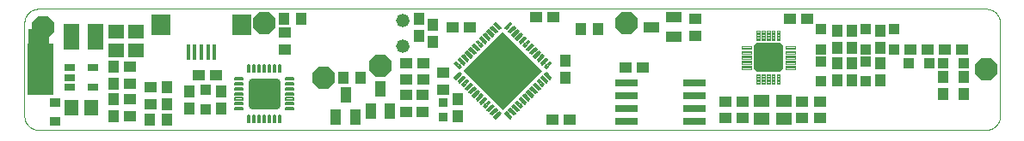
<source format=gts>
G75*
%MOIN*%
%OFA0B0*%
%FSLAX25Y25*%
%IPPOS*%
%LPD*%
%AMOC8*
5,1,8,0,0,1.08239X$1,22.5*
%
%ADD10C,0.00000*%
%ADD11R,0.07874X0.22047*%
%ADD12R,0.04731X0.04337*%
%ADD13R,0.04337X0.04731*%
%ADD14R,0.05518X0.06306*%
%ADD15R,0.06306X0.05518*%
%ADD16R,0.21660X0.21660*%
%ADD17C,0.00791*%
%ADD18R,0.09061X0.02762*%
%ADD19R,0.03943X0.02762*%
%ADD20R,0.05912X0.09849*%
%ADD21C,0.03427*%
%ADD22C,0.00474*%
%ADD23R,0.04337X0.04337*%
%ADD24R,0.03550X0.03550*%
%ADD25R,0.05912X0.05124*%
%ADD26R,0.01778X0.05912*%
%ADD27R,0.07487X0.07880*%
%ADD28C,0.03053*%
%ADD29C,0.00692*%
%ADD30C,0.05200*%
%ADD31R,0.10400X0.20400*%
%ADD32OC8,0.08900*%
%ADD33R,0.04337X0.05912*%
%ADD34R,0.05912X0.04337*%
%ADD35R,0.04337X0.03550*%
%ADD36C,0.06306*%
D10*
X0007412Y0020559D02*
X0374341Y0020559D01*
X0374341Y0020558D02*
X0374488Y0020560D01*
X0374634Y0020566D01*
X0374781Y0020576D01*
X0374927Y0020589D01*
X0375073Y0020607D01*
X0375218Y0020628D01*
X0375362Y0020653D01*
X0375506Y0020683D01*
X0375649Y0020715D01*
X0375791Y0020752D01*
X0375932Y0020793D01*
X0376072Y0020837D01*
X0376211Y0020885D01*
X0376348Y0020936D01*
X0376484Y0020992D01*
X0376619Y0021051D01*
X0376751Y0021113D01*
X0376883Y0021179D01*
X0377012Y0021248D01*
X0377139Y0021321D01*
X0377265Y0021397D01*
X0377388Y0021477D01*
X0377509Y0021560D01*
X0377628Y0021645D01*
X0377745Y0021735D01*
X0377859Y0021827D01*
X0377971Y0021922D01*
X0378080Y0022020D01*
X0378186Y0022121D01*
X0378290Y0022225D01*
X0378391Y0022331D01*
X0378489Y0022440D01*
X0378584Y0022552D01*
X0378676Y0022666D01*
X0378766Y0022783D01*
X0378851Y0022902D01*
X0378934Y0023023D01*
X0379014Y0023146D01*
X0379090Y0023272D01*
X0379163Y0023399D01*
X0379232Y0023528D01*
X0379298Y0023660D01*
X0379360Y0023792D01*
X0379419Y0023927D01*
X0379475Y0024063D01*
X0379526Y0024200D01*
X0379574Y0024339D01*
X0379618Y0024479D01*
X0379659Y0024620D01*
X0379696Y0024762D01*
X0379728Y0024905D01*
X0379758Y0025049D01*
X0379783Y0025193D01*
X0379804Y0025338D01*
X0379822Y0025484D01*
X0379835Y0025630D01*
X0379845Y0025777D01*
X0379851Y0025923D01*
X0379853Y0026070D01*
X0379853Y0062291D01*
X0379851Y0062438D01*
X0379845Y0062584D01*
X0379835Y0062731D01*
X0379822Y0062877D01*
X0379804Y0063023D01*
X0379783Y0063168D01*
X0379758Y0063312D01*
X0379728Y0063456D01*
X0379696Y0063599D01*
X0379659Y0063741D01*
X0379618Y0063882D01*
X0379574Y0064022D01*
X0379526Y0064161D01*
X0379475Y0064298D01*
X0379419Y0064434D01*
X0379360Y0064569D01*
X0379298Y0064701D01*
X0379232Y0064833D01*
X0379163Y0064962D01*
X0379090Y0065089D01*
X0379014Y0065215D01*
X0378934Y0065338D01*
X0378851Y0065459D01*
X0378766Y0065578D01*
X0378676Y0065695D01*
X0378584Y0065809D01*
X0378489Y0065921D01*
X0378391Y0066030D01*
X0378290Y0066136D01*
X0378186Y0066240D01*
X0378080Y0066341D01*
X0377971Y0066439D01*
X0377859Y0066534D01*
X0377745Y0066626D01*
X0377628Y0066716D01*
X0377509Y0066801D01*
X0377388Y0066884D01*
X0377265Y0066964D01*
X0377139Y0067040D01*
X0377012Y0067113D01*
X0376883Y0067182D01*
X0376751Y0067248D01*
X0376619Y0067310D01*
X0376484Y0067369D01*
X0376348Y0067425D01*
X0376211Y0067476D01*
X0376072Y0067524D01*
X0375932Y0067568D01*
X0375791Y0067609D01*
X0375649Y0067646D01*
X0375506Y0067678D01*
X0375362Y0067708D01*
X0375218Y0067733D01*
X0375073Y0067754D01*
X0374927Y0067772D01*
X0374781Y0067785D01*
X0374634Y0067795D01*
X0374488Y0067801D01*
X0374341Y0067803D01*
X0007412Y0067803D01*
X0007265Y0067801D01*
X0007119Y0067795D01*
X0006972Y0067785D01*
X0006826Y0067772D01*
X0006680Y0067754D01*
X0006535Y0067733D01*
X0006391Y0067708D01*
X0006247Y0067678D01*
X0006104Y0067646D01*
X0005962Y0067609D01*
X0005821Y0067568D01*
X0005681Y0067524D01*
X0005542Y0067476D01*
X0005405Y0067425D01*
X0005269Y0067369D01*
X0005134Y0067310D01*
X0005002Y0067248D01*
X0004870Y0067182D01*
X0004741Y0067113D01*
X0004614Y0067040D01*
X0004488Y0066964D01*
X0004365Y0066884D01*
X0004244Y0066801D01*
X0004125Y0066716D01*
X0004008Y0066626D01*
X0003894Y0066534D01*
X0003782Y0066439D01*
X0003673Y0066341D01*
X0003567Y0066240D01*
X0003463Y0066136D01*
X0003362Y0066030D01*
X0003264Y0065921D01*
X0003169Y0065809D01*
X0003077Y0065695D01*
X0002987Y0065578D01*
X0002902Y0065459D01*
X0002819Y0065338D01*
X0002739Y0065215D01*
X0002663Y0065089D01*
X0002590Y0064962D01*
X0002521Y0064833D01*
X0002455Y0064701D01*
X0002393Y0064569D01*
X0002334Y0064434D01*
X0002278Y0064298D01*
X0002227Y0064161D01*
X0002179Y0064022D01*
X0002135Y0063882D01*
X0002094Y0063741D01*
X0002057Y0063599D01*
X0002025Y0063456D01*
X0001995Y0063312D01*
X0001970Y0063168D01*
X0001949Y0063023D01*
X0001931Y0062877D01*
X0001918Y0062731D01*
X0001908Y0062584D01*
X0001902Y0062438D01*
X0001900Y0062291D01*
X0001900Y0026070D01*
X0001902Y0025923D01*
X0001908Y0025777D01*
X0001918Y0025630D01*
X0001931Y0025484D01*
X0001949Y0025338D01*
X0001970Y0025193D01*
X0001995Y0025049D01*
X0002025Y0024905D01*
X0002057Y0024762D01*
X0002094Y0024620D01*
X0002135Y0024479D01*
X0002179Y0024339D01*
X0002227Y0024200D01*
X0002278Y0024063D01*
X0002334Y0023927D01*
X0002393Y0023792D01*
X0002455Y0023660D01*
X0002521Y0023528D01*
X0002590Y0023399D01*
X0002663Y0023272D01*
X0002739Y0023146D01*
X0002819Y0023023D01*
X0002902Y0022902D01*
X0002987Y0022783D01*
X0003077Y0022666D01*
X0003169Y0022552D01*
X0003264Y0022440D01*
X0003362Y0022331D01*
X0003463Y0022225D01*
X0003567Y0022121D01*
X0003673Y0022020D01*
X0003782Y0021922D01*
X0003894Y0021827D01*
X0004008Y0021735D01*
X0004125Y0021645D01*
X0004244Y0021560D01*
X0004365Y0021477D01*
X0004488Y0021397D01*
X0004614Y0021321D01*
X0004741Y0021248D01*
X0004870Y0021179D01*
X0005002Y0021113D01*
X0005134Y0021051D01*
X0005269Y0020992D01*
X0005405Y0020936D01*
X0005542Y0020885D01*
X0005681Y0020837D01*
X0005821Y0020793D01*
X0005962Y0020752D01*
X0006104Y0020715D01*
X0006247Y0020683D01*
X0006391Y0020653D01*
X0006535Y0020628D01*
X0006680Y0020607D01*
X0006826Y0020589D01*
X0006972Y0020576D01*
X0007119Y0020566D01*
X0007265Y0020560D01*
X0007412Y0020558D01*
D11*
X0007412Y0048905D03*
D12*
X0042845Y0045165D03*
X0042845Y0038472D03*
X0050719Y0037291D03*
X0042845Y0032567D03*
X0050719Y0030598D03*
X0042845Y0025874D03*
X0069420Y0041819D03*
X0076113Y0041819D03*
X0102688Y0051858D03*
X0102688Y0058551D03*
X0149735Y0046543D03*
X0156428Y0046543D03*
X0164105Y0042803D03*
X0156428Y0040244D03*
X0149735Y0040244D03*
X0164105Y0036110D03*
X0156231Y0034141D03*
X0149932Y0034141D03*
X0149932Y0027448D03*
X0156231Y0027448D03*
X0206428Y0024496D03*
X0213121Y0024496D03*
X0234774Y0044968D03*
X0241467Y0044968D03*
X0261743Y0057370D03*
X0261743Y0064063D03*
X0298554Y0063866D03*
X0305247Y0063866D03*
X0345011Y0052055D03*
X0351704Y0052055D03*
X0358396Y0052055D03*
X0365089Y0052055D03*
X0309971Y0031582D03*
X0303278Y0031582D03*
X0303278Y0025283D03*
X0309971Y0025283D03*
X0280050Y0025283D03*
X0273357Y0025283D03*
X0273357Y0031582D03*
X0280050Y0031582D03*
X0206822Y0064653D03*
X0200129Y0064653D03*
X0174538Y0060716D03*
X0167845Y0060716D03*
D13*
X0160168Y0061700D03*
X0154656Y0064063D03*
X0154656Y0057370D03*
X0160168Y0055007D03*
X0132019Y0041031D03*
X0125326Y0041031D03*
X0169617Y0032567D03*
X0169617Y0025874D03*
X0211349Y0040834D03*
X0211349Y0047527D03*
X0217452Y0059929D03*
X0224144Y0059929D03*
X0316861Y0059338D03*
X0322373Y0059338D03*
X0333396Y0059338D03*
X0333396Y0052645D03*
X0322373Y0052645D03*
X0316861Y0052645D03*
X0316861Y0046740D03*
X0322373Y0046740D03*
X0333396Y0046740D03*
X0333396Y0040047D03*
X0322373Y0040047D03*
X0316861Y0040047D03*
X0357806Y0041228D03*
X0365680Y0041228D03*
X0365680Y0034535D03*
X0357806Y0034535D03*
X0109184Y0063866D03*
X0102491Y0063866D03*
X0036546Y0045165D03*
X0036546Y0038472D03*
X0036546Y0032567D03*
X0036546Y0025874D03*
X0050522Y0024496D03*
X0057215Y0024496D03*
X0065680Y0029023D03*
X0057019Y0030598D03*
X0065680Y0035716D03*
X0057019Y0037291D03*
X0078278Y0035716D03*
X0078278Y0029023D03*
D14*
X0027688Y0029220D03*
X0020207Y0029220D03*
D15*
X0037333Y0051464D03*
X0045207Y0051464D03*
X0045207Y0058944D03*
X0037333Y0058944D03*
D16*
G36*
X0187266Y0028404D02*
X0171951Y0043719D01*
X0187266Y0059034D01*
X0202581Y0043719D01*
X0187266Y0028404D01*
G37*
D17*
X0188658Y0027575D02*
X0190609Y0025624D01*
X0190050Y0025065D01*
X0188099Y0027016D01*
X0188658Y0027575D01*
X0189260Y0025855D02*
X0190378Y0025855D01*
X0189588Y0026645D02*
X0188470Y0026645D01*
X0188518Y0027435D02*
X0188798Y0027435D01*
X0190050Y0028967D02*
X0192001Y0027016D01*
X0191442Y0026457D01*
X0189491Y0028408D01*
X0190050Y0028967D01*
X0190652Y0027247D02*
X0191770Y0027247D01*
X0190980Y0028037D02*
X0189862Y0028037D01*
X0189910Y0028827D02*
X0190190Y0028827D01*
X0191442Y0030359D02*
X0193393Y0028408D01*
X0192834Y0027849D01*
X0190883Y0029800D01*
X0191442Y0030359D01*
X0192044Y0028639D02*
X0193162Y0028639D01*
X0192372Y0029429D02*
X0191254Y0029429D01*
X0191302Y0030219D02*
X0191582Y0030219D01*
X0192834Y0031751D02*
X0194785Y0029800D01*
X0194226Y0029241D01*
X0192275Y0031192D01*
X0192834Y0031751D01*
X0193436Y0030031D02*
X0194554Y0030031D01*
X0193764Y0030821D02*
X0192646Y0030821D01*
X0192694Y0031611D02*
X0192974Y0031611D01*
X0194226Y0033143D02*
X0196177Y0031192D01*
X0195618Y0030633D01*
X0193667Y0032584D01*
X0194226Y0033143D01*
X0194828Y0031423D02*
X0195946Y0031423D01*
X0195156Y0032213D02*
X0194038Y0032213D01*
X0194086Y0033003D02*
X0194366Y0033003D01*
X0195618Y0034535D02*
X0197569Y0032584D01*
X0197010Y0032025D01*
X0195059Y0033976D01*
X0195618Y0034535D01*
X0196220Y0032815D02*
X0197338Y0032815D01*
X0196548Y0033605D02*
X0195430Y0033605D01*
X0195478Y0034395D02*
X0195758Y0034395D01*
X0197009Y0035927D02*
X0198960Y0033976D01*
X0198401Y0033417D01*
X0196450Y0035368D01*
X0197009Y0035927D01*
X0197611Y0034207D02*
X0198729Y0034207D01*
X0197939Y0034997D02*
X0196821Y0034997D01*
X0196869Y0035787D02*
X0197149Y0035787D01*
X0198401Y0037319D02*
X0200352Y0035368D01*
X0199793Y0034809D01*
X0197842Y0036760D01*
X0198401Y0037319D01*
X0199003Y0035599D02*
X0200121Y0035599D01*
X0199331Y0036389D02*
X0198213Y0036389D01*
X0198261Y0037179D02*
X0198541Y0037179D01*
X0199793Y0038711D02*
X0201744Y0036760D01*
X0201185Y0036201D01*
X0199234Y0038152D01*
X0199793Y0038711D01*
X0200395Y0036991D02*
X0201513Y0036991D01*
X0200723Y0037781D02*
X0199605Y0037781D01*
X0199653Y0038571D02*
X0199933Y0038571D01*
X0201185Y0040103D02*
X0203136Y0038152D01*
X0202577Y0037593D01*
X0200626Y0039544D01*
X0201185Y0040103D01*
X0201787Y0038383D02*
X0202905Y0038383D01*
X0202115Y0039173D02*
X0200997Y0039173D01*
X0201045Y0039963D02*
X0201325Y0039963D01*
X0202577Y0041495D02*
X0204528Y0039544D01*
X0203969Y0038985D01*
X0202018Y0040936D01*
X0202577Y0041495D01*
X0203179Y0039775D02*
X0204297Y0039775D01*
X0203507Y0040565D02*
X0202389Y0040565D01*
X0202437Y0041355D02*
X0202717Y0041355D01*
X0203969Y0042887D02*
X0205920Y0040936D01*
X0205361Y0040377D01*
X0203410Y0042328D01*
X0203969Y0042887D01*
X0204571Y0041167D02*
X0205689Y0041167D01*
X0204899Y0041957D02*
X0203781Y0041957D01*
X0203829Y0042747D02*
X0204109Y0042747D01*
X0203410Y0045111D02*
X0205361Y0047062D01*
X0205920Y0046503D01*
X0203969Y0044552D01*
X0203410Y0045111D01*
X0203641Y0045342D02*
X0204759Y0045342D01*
X0204431Y0046132D02*
X0205549Y0046132D01*
X0205501Y0046922D02*
X0205221Y0046922D01*
X0203969Y0048454D02*
X0202018Y0046503D01*
X0203969Y0048454D02*
X0204528Y0047895D01*
X0202577Y0045944D01*
X0202018Y0046503D01*
X0202249Y0046734D02*
X0203367Y0046734D01*
X0203039Y0047524D02*
X0204157Y0047524D01*
X0204109Y0048314D02*
X0203829Y0048314D01*
X0202577Y0049846D02*
X0200626Y0047895D01*
X0202577Y0049846D02*
X0203136Y0049287D01*
X0201185Y0047336D01*
X0200626Y0047895D01*
X0200857Y0048126D02*
X0201975Y0048126D01*
X0201647Y0048916D02*
X0202765Y0048916D01*
X0202717Y0049706D02*
X0202437Y0049706D01*
X0201185Y0051238D02*
X0199234Y0049287D01*
X0201185Y0051238D02*
X0201744Y0050679D01*
X0199793Y0048728D01*
X0199234Y0049287D01*
X0199465Y0049518D02*
X0200583Y0049518D01*
X0200255Y0050308D02*
X0201373Y0050308D01*
X0201325Y0051098D02*
X0201045Y0051098D01*
X0199793Y0052630D02*
X0197842Y0050679D01*
X0199793Y0052630D02*
X0200352Y0052071D01*
X0198401Y0050120D01*
X0197842Y0050679D01*
X0198073Y0050910D02*
X0199191Y0050910D01*
X0198863Y0051700D02*
X0199981Y0051700D01*
X0199933Y0052490D02*
X0199653Y0052490D01*
X0198401Y0054022D02*
X0196450Y0052071D01*
X0198401Y0054022D02*
X0198960Y0053463D01*
X0197009Y0051512D01*
X0196450Y0052071D01*
X0196681Y0052302D02*
X0197799Y0052302D01*
X0197471Y0053092D02*
X0198589Y0053092D01*
X0198541Y0053882D02*
X0198261Y0053882D01*
X0197010Y0055414D02*
X0195059Y0053463D01*
X0197010Y0055414D02*
X0197569Y0054855D01*
X0195618Y0052904D01*
X0195059Y0053463D01*
X0195290Y0053694D02*
X0196408Y0053694D01*
X0196080Y0054484D02*
X0197198Y0054484D01*
X0197150Y0055274D02*
X0196870Y0055274D01*
X0195618Y0056806D02*
X0193667Y0054855D01*
X0195618Y0056806D02*
X0196177Y0056247D01*
X0194226Y0054296D01*
X0193667Y0054855D01*
X0193898Y0055086D02*
X0195016Y0055086D01*
X0194688Y0055876D02*
X0195806Y0055876D01*
X0195758Y0056666D02*
X0195478Y0056666D01*
X0194226Y0058198D02*
X0192275Y0056247D01*
X0194226Y0058198D02*
X0194785Y0057639D01*
X0192834Y0055688D01*
X0192275Y0056247D01*
X0192506Y0056478D02*
X0193624Y0056478D01*
X0193296Y0057268D02*
X0194414Y0057268D01*
X0194366Y0058058D02*
X0194086Y0058058D01*
X0192834Y0059590D02*
X0190883Y0057639D01*
X0192834Y0059590D02*
X0193393Y0059031D01*
X0191442Y0057080D01*
X0190883Y0057639D01*
X0191114Y0057870D02*
X0192232Y0057870D01*
X0191904Y0058660D02*
X0193022Y0058660D01*
X0192974Y0059450D02*
X0192694Y0059450D01*
X0191442Y0060982D02*
X0189491Y0059031D01*
X0191442Y0060982D02*
X0192001Y0060423D01*
X0190050Y0058472D01*
X0189491Y0059031D01*
X0189722Y0059262D02*
X0190840Y0059262D01*
X0190512Y0060052D02*
X0191630Y0060052D01*
X0191582Y0060842D02*
X0191302Y0060842D01*
X0190050Y0062374D02*
X0188099Y0060423D01*
X0190050Y0062374D02*
X0190609Y0061815D01*
X0188658Y0059864D01*
X0188099Y0060423D01*
X0188330Y0060654D02*
X0189448Y0060654D01*
X0189120Y0061444D02*
X0190238Y0061444D01*
X0190190Y0062234D02*
X0189910Y0062234D01*
X0185874Y0059864D02*
X0183923Y0061815D01*
X0184482Y0062374D01*
X0186433Y0060423D01*
X0185874Y0059864D01*
X0186202Y0060654D02*
X0185084Y0060654D01*
X0185412Y0061444D02*
X0184294Y0061444D01*
X0184342Y0062234D02*
X0184622Y0062234D01*
X0182531Y0060423D02*
X0184482Y0058472D01*
X0182531Y0060423D02*
X0183090Y0060982D01*
X0185041Y0059031D01*
X0184482Y0058472D01*
X0184810Y0059262D02*
X0183692Y0059262D01*
X0184020Y0060052D02*
X0182902Y0060052D01*
X0182950Y0060842D02*
X0183230Y0060842D01*
X0181139Y0059031D02*
X0183090Y0057080D01*
X0181139Y0059031D02*
X0181698Y0059590D01*
X0183649Y0057639D01*
X0183090Y0057080D01*
X0183418Y0057870D02*
X0182300Y0057870D01*
X0182628Y0058660D02*
X0181510Y0058660D01*
X0181558Y0059450D02*
X0181838Y0059450D01*
X0179747Y0057639D02*
X0181698Y0055688D01*
X0179747Y0057639D02*
X0180306Y0058198D01*
X0182257Y0056247D01*
X0181698Y0055688D01*
X0182026Y0056478D02*
X0180908Y0056478D01*
X0181236Y0057268D02*
X0180118Y0057268D01*
X0180166Y0058058D02*
X0180446Y0058058D01*
X0178355Y0056247D02*
X0180306Y0054296D01*
X0178355Y0056247D02*
X0178914Y0056806D01*
X0180865Y0054855D01*
X0180306Y0054296D01*
X0180634Y0055086D02*
X0179516Y0055086D01*
X0179844Y0055876D02*
X0178726Y0055876D01*
X0178774Y0056666D02*
X0179054Y0056666D01*
X0176963Y0054855D02*
X0178914Y0052904D01*
X0176963Y0054855D02*
X0177522Y0055414D01*
X0179473Y0053463D01*
X0178914Y0052904D01*
X0179242Y0053694D02*
X0178124Y0053694D01*
X0178452Y0054484D02*
X0177334Y0054484D01*
X0177382Y0055274D02*
X0177662Y0055274D01*
X0175571Y0053463D02*
X0177522Y0051512D01*
X0175571Y0053463D02*
X0176130Y0054022D01*
X0178081Y0052071D01*
X0177522Y0051512D01*
X0177850Y0052302D02*
X0176732Y0052302D01*
X0177060Y0053092D02*
X0175942Y0053092D01*
X0175990Y0053882D02*
X0176270Y0053882D01*
X0174179Y0052071D02*
X0176130Y0050120D01*
X0174179Y0052071D02*
X0174738Y0052630D01*
X0176689Y0050679D01*
X0176130Y0050120D01*
X0176458Y0050910D02*
X0175340Y0050910D01*
X0175668Y0051700D02*
X0174550Y0051700D01*
X0174598Y0052490D02*
X0174878Y0052490D01*
X0172787Y0050679D02*
X0174738Y0048728D01*
X0172787Y0050679D02*
X0173346Y0051238D01*
X0175297Y0049287D01*
X0174738Y0048728D01*
X0175066Y0049518D02*
X0173948Y0049518D01*
X0174276Y0050308D02*
X0173158Y0050308D01*
X0173206Y0051098D02*
X0173486Y0051098D01*
X0171396Y0049287D02*
X0173347Y0047336D01*
X0171396Y0049287D02*
X0171955Y0049846D01*
X0173906Y0047895D01*
X0173347Y0047336D01*
X0173675Y0048126D02*
X0172557Y0048126D01*
X0172885Y0048916D02*
X0171767Y0048916D01*
X0171815Y0049706D02*
X0172095Y0049706D01*
X0170004Y0047895D02*
X0171955Y0045944D01*
X0170004Y0047895D02*
X0170563Y0048454D01*
X0172514Y0046503D01*
X0171955Y0045944D01*
X0172283Y0046734D02*
X0171165Y0046734D01*
X0171493Y0047524D02*
X0170375Y0047524D01*
X0170423Y0048314D02*
X0170703Y0048314D01*
X0168612Y0046503D02*
X0170563Y0044552D01*
X0168612Y0046503D02*
X0169171Y0047062D01*
X0171122Y0045111D01*
X0170563Y0044552D01*
X0170891Y0045342D02*
X0169773Y0045342D01*
X0170101Y0046132D02*
X0168983Y0046132D01*
X0169031Y0046922D02*
X0169311Y0046922D01*
X0171122Y0042328D02*
X0169171Y0040377D01*
X0168612Y0040936D01*
X0170563Y0042887D01*
X0171122Y0042328D01*
X0169961Y0041167D02*
X0168843Y0041167D01*
X0169633Y0041957D02*
X0170751Y0041957D01*
X0170703Y0042747D02*
X0170423Y0042747D01*
X0172514Y0040936D02*
X0170563Y0038985D01*
X0170004Y0039544D01*
X0171955Y0041495D01*
X0172514Y0040936D01*
X0171353Y0039775D02*
X0170235Y0039775D01*
X0171025Y0040565D02*
X0172143Y0040565D01*
X0172095Y0041355D02*
X0171815Y0041355D01*
X0173906Y0039544D02*
X0171955Y0037593D01*
X0171396Y0038152D01*
X0173347Y0040103D01*
X0173906Y0039544D01*
X0172745Y0038383D02*
X0171627Y0038383D01*
X0172417Y0039173D02*
X0173535Y0039173D01*
X0173487Y0039963D02*
X0173207Y0039963D01*
X0175297Y0038152D02*
X0173346Y0036201D01*
X0172787Y0036760D01*
X0174738Y0038711D01*
X0175297Y0038152D01*
X0174136Y0036991D02*
X0173018Y0036991D01*
X0173808Y0037781D02*
X0174926Y0037781D01*
X0174878Y0038571D02*
X0174598Y0038571D01*
X0176689Y0036760D02*
X0174738Y0034809D01*
X0174179Y0035368D01*
X0176130Y0037319D01*
X0176689Y0036760D01*
X0175528Y0035599D02*
X0174410Y0035599D01*
X0175200Y0036389D02*
X0176318Y0036389D01*
X0176270Y0037179D02*
X0175990Y0037179D01*
X0178081Y0035368D02*
X0176130Y0033417D01*
X0175571Y0033976D01*
X0177522Y0035927D01*
X0178081Y0035368D01*
X0176920Y0034207D02*
X0175802Y0034207D01*
X0176592Y0034997D02*
X0177710Y0034997D01*
X0177662Y0035787D02*
X0177382Y0035787D01*
X0179473Y0033976D02*
X0177522Y0032025D01*
X0176963Y0032584D01*
X0178914Y0034535D01*
X0179473Y0033976D01*
X0178312Y0032815D02*
X0177194Y0032815D01*
X0177984Y0033605D02*
X0179102Y0033605D01*
X0179054Y0034395D02*
X0178774Y0034395D01*
X0180865Y0032584D02*
X0178914Y0030633D01*
X0178355Y0031192D01*
X0180306Y0033143D01*
X0180865Y0032584D01*
X0179704Y0031423D02*
X0178586Y0031423D01*
X0179376Y0032213D02*
X0180494Y0032213D01*
X0180446Y0033003D02*
X0180166Y0033003D01*
X0182257Y0031192D02*
X0180306Y0029241D01*
X0179747Y0029800D01*
X0181698Y0031751D01*
X0182257Y0031192D01*
X0181096Y0030031D02*
X0179978Y0030031D01*
X0180768Y0030821D02*
X0181886Y0030821D01*
X0181838Y0031611D02*
X0181558Y0031611D01*
X0183649Y0029800D02*
X0181698Y0027849D01*
X0181139Y0028408D01*
X0183090Y0030359D01*
X0183649Y0029800D01*
X0182488Y0028639D02*
X0181370Y0028639D01*
X0182160Y0029429D02*
X0183278Y0029429D01*
X0183230Y0030219D02*
X0182950Y0030219D01*
X0185041Y0028408D02*
X0183090Y0026457D01*
X0182531Y0027016D01*
X0184482Y0028967D01*
X0185041Y0028408D01*
X0183880Y0027247D02*
X0182762Y0027247D01*
X0183552Y0028037D02*
X0184670Y0028037D01*
X0184622Y0028827D02*
X0184342Y0028827D01*
X0186433Y0027016D02*
X0184482Y0025065D01*
X0183923Y0025624D01*
X0185874Y0027575D01*
X0186433Y0027016D01*
X0185272Y0025855D02*
X0184154Y0025855D01*
X0184944Y0026645D02*
X0186062Y0026645D01*
X0186014Y0027435D02*
X0185734Y0027435D01*
D18*
X0235247Y0029082D03*
X0235247Y0034082D03*
X0235247Y0039082D03*
X0261467Y0039082D03*
X0261467Y0034082D03*
X0261467Y0029082D03*
X0261467Y0024082D03*
X0235247Y0024082D03*
D19*
X0028475Y0037291D03*
X0019420Y0037291D03*
X0019420Y0041031D03*
X0019420Y0044771D03*
X0028475Y0044771D03*
D20*
X0029459Y0056779D03*
X0020011Y0056779D03*
D21*
X0286090Y0052904D02*
X0294088Y0052904D01*
X0294088Y0044906D01*
X0286090Y0044906D01*
X0286090Y0052904D01*
X0286090Y0048332D02*
X0294088Y0048332D01*
X0294088Y0051758D02*
X0286090Y0051758D01*
D22*
X0283556Y0050321D02*
X0279694Y0050321D01*
X0279694Y0051427D01*
X0283556Y0051427D01*
X0283556Y0050321D01*
X0283556Y0050794D02*
X0279694Y0050794D01*
X0279694Y0051267D02*
X0283556Y0051267D01*
X0283556Y0052289D02*
X0279694Y0052289D01*
X0279694Y0053395D01*
X0283556Y0053395D01*
X0283556Y0052289D01*
X0283556Y0052762D02*
X0279694Y0052762D01*
X0279694Y0053235D02*
X0283556Y0053235D01*
X0283556Y0048352D02*
X0279694Y0048352D01*
X0279694Y0049458D01*
X0283556Y0049458D01*
X0283556Y0048352D01*
X0283556Y0048825D02*
X0279694Y0048825D01*
X0279694Y0049298D02*
X0283556Y0049298D01*
X0283556Y0046384D02*
X0279694Y0046384D01*
X0279694Y0047490D01*
X0283556Y0047490D01*
X0283556Y0046384D01*
X0283556Y0046857D02*
X0279694Y0046857D01*
X0279694Y0047330D02*
X0283556Y0047330D01*
X0283556Y0044415D02*
X0279694Y0044415D01*
X0279694Y0045521D01*
X0283556Y0045521D01*
X0283556Y0044415D01*
X0283556Y0044888D02*
X0279694Y0044888D01*
X0279694Y0045361D02*
X0283556Y0045361D01*
X0286705Y0042372D02*
X0286705Y0038510D01*
X0285599Y0038510D01*
X0285599Y0042372D01*
X0286705Y0042372D01*
X0286705Y0038983D02*
X0285599Y0038983D01*
X0285599Y0039456D02*
X0286705Y0039456D01*
X0286705Y0039929D02*
X0285599Y0039929D01*
X0285599Y0040402D02*
X0286705Y0040402D01*
X0286705Y0040875D02*
X0285599Y0040875D01*
X0285599Y0041348D02*
X0286705Y0041348D01*
X0286705Y0041821D02*
X0285599Y0041821D01*
X0285599Y0042294D02*
X0286705Y0042294D01*
X0288674Y0042372D02*
X0288674Y0038510D01*
X0287568Y0038510D01*
X0287568Y0042372D01*
X0288674Y0042372D01*
X0288674Y0038983D02*
X0287568Y0038983D01*
X0287568Y0039456D02*
X0288674Y0039456D01*
X0288674Y0039929D02*
X0287568Y0039929D01*
X0287568Y0040402D02*
X0288674Y0040402D01*
X0288674Y0040875D02*
X0287568Y0040875D01*
X0287568Y0041348D02*
X0288674Y0041348D01*
X0288674Y0041821D02*
X0287568Y0041821D01*
X0287568Y0042294D02*
X0288674Y0042294D01*
X0290642Y0042372D02*
X0290642Y0038510D01*
X0289536Y0038510D01*
X0289536Y0042372D01*
X0290642Y0042372D01*
X0290642Y0038983D02*
X0289536Y0038983D01*
X0289536Y0039456D02*
X0290642Y0039456D01*
X0290642Y0039929D02*
X0289536Y0039929D01*
X0289536Y0040402D02*
X0290642Y0040402D01*
X0290642Y0040875D02*
X0289536Y0040875D01*
X0289536Y0041348D02*
X0290642Y0041348D01*
X0290642Y0041821D02*
X0289536Y0041821D01*
X0289536Y0042294D02*
X0290642Y0042294D01*
X0292611Y0042372D02*
X0292611Y0038510D01*
X0291505Y0038510D01*
X0291505Y0042372D01*
X0292611Y0042372D01*
X0292611Y0038983D02*
X0291505Y0038983D01*
X0291505Y0039456D02*
X0292611Y0039456D01*
X0292611Y0039929D02*
X0291505Y0039929D01*
X0291505Y0040402D02*
X0292611Y0040402D01*
X0292611Y0040875D02*
X0291505Y0040875D01*
X0291505Y0041348D02*
X0292611Y0041348D01*
X0292611Y0041821D02*
X0291505Y0041821D01*
X0291505Y0042294D02*
X0292611Y0042294D01*
X0294579Y0042372D02*
X0294579Y0038510D01*
X0293473Y0038510D01*
X0293473Y0042372D01*
X0294579Y0042372D01*
X0294579Y0038983D02*
X0293473Y0038983D01*
X0293473Y0039456D02*
X0294579Y0039456D01*
X0294579Y0039929D02*
X0293473Y0039929D01*
X0293473Y0040402D02*
X0294579Y0040402D01*
X0294579Y0040875D02*
X0293473Y0040875D01*
X0293473Y0041348D02*
X0294579Y0041348D01*
X0294579Y0041821D02*
X0293473Y0041821D01*
X0293473Y0042294D02*
X0294579Y0042294D01*
X0296623Y0045521D02*
X0300485Y0045521D01*
X0300485Y0044415D01*
X0296623Y0044415D01*
X0296623Y0045521D01*
X0296623Y0044888D02*
X0300485Y0044888D01*
X0300485Y0045361D02*
X0296623Y0045361D01*
X0296623Y0047490D02*
X0300485Y0047490D01*
X0300485Y0046384D01*
X0296623Y0046384D01*
X0296623Y0047490D01*
X0296623Y0046857D02*
X0300485Y0046857D01*
X0300485Y0047330D02*
X0296623Y0047330D01*
X0296623Y0049458D02*
X0300485Y0049458D01*
X0300485Y0048352D01*
X0296623Y0048352D01*
X0296623Y0049458D01*
X0296623Y0048825D02*
X0300485Y0048825D01*
X0300485Y0049298D02*
X0296623Y0049298D01*
X0296623Y0051427D02*
X0300485Y0051427D01*
X0300485Y0050321D01*
X0296623Y0050321D01*
X0296623Y0051427D01*
X0296623Y0050794D02*
X0300485Y0050794D01*
X0300485Y0051267D02*
X0296623Y0051267D01*
X0296623Y0053395D02*
X0300485Y0053395D01*
X0300485Y0052289D01*
X0296623Y0052289D01*
X0296623Y0053395D01*
X0296623Y0052762D02*
X0300485Y0052762D01*
X0300485Y0053235D02*
X0296623Y0053235D01*
X0293473Y0055439D02*
X0293473Y0059301D01*
X0294579Y0059301D01*
X0294579Y0055439D01*
X0293473Y0055439D01*
X0293473Y0055912D02*
X0294579Y0055912D01*
X0294579Y0056385D02*
X0293473Y0056385D01*
X0293473Y0056858D02*
X0294579Y0056858D01*
X0294579Y0057331D02*
X0293473Y0057331D01*
X0293473Y0057804D02*
X0294579Y0057804D01*
X0294579Y0058277D02*
X0293473Y0058277D01*
X0293473Y0058750D02*
X0294579Y0058750D01*
X0294579Y0059223D02*
X0293473Y0059223D01*
X0291505Y0059301D02*
X0291505Y0055439D01*
X0291505Y0059301D02*
X0292611Y0059301D01*
X0292611Y0055439D01*
X0291505Y0055439D01*
X0291505Y0055912D02*
X0292611Y0055912D01*
X0292611Y0056385D02*
X0291505Y0056385D01*
X0291505Y0056858D02*
X0292611Y0056858D01*
X0292611Y0057331D02*
X0291505Y0057331D01*
X0291505Y0057804D02*
X0292611Y0057804D01*
X0292611Y0058277D02*
X0291505Y0058277D01*
X0291505Y0058750D02*
X0292611Y0058750D01*
X0292611Y0059223D02*
X0291505Y0059223D01*
X0289536Y0059301D02*
X0289536Y0055439D01*
X0289536Y0059301D02*
X0290642Y0059301D01*
X0290642Y0055439D01*
X0289536Y0055439D01*
X0289536Y0055912D02*
X0290642Y0055912D01*
X0290642Y0056385D02*
X0289536Y0056385D01*
X0289536Y0056858D02*
X0290642Y0056858D01*
X0290642Y0057331D02*
X0289536Y0057331D01*
X0289536Y0057804D02*
X0290642Y0057804D01*
X0290642Y0058277D02*
X0289536Y0058277D01*
X0289536Y0058750D02*
X0290642Y0058750D01*
X0290642Y0059223D02*
X0289536Y0059223D01*
X0287568Y0059301D02*
X0287568Y0055439D01*
X0287568Y0059301D02*
X0288674Y0059301D01*
X0288674Y0055439D01*
X0287568Y0055439D01*
X0287568Y0055912D02*
X0288674Y0055912D01*
X0288674Y0056385D02*
X0287568Y0056385D01*
X0287568Y0056858D02*
X0288674Y0056858D01*
X0288674Y0057331D02*
X0287568Y0057331D01*
X0287568Y0057804D02*
X0288674Y0057804D01*
X0288674Y0058277D02*
X0287568Y0058277D01*
X0287568Y0058750D02*
X0288674Y0058750D01*
X0288674Y0059223D02*
X0287568Y0059223D01*
X0285599Y0059301D02*
X0285599Y0055439D01*
X0285599Y0059301D02*
X0286705Y0059301D01*
X0286705Y0055439D01*
X0285599Y0055439D01*
X0285599Y0055912D02*
X0286705Y0055912D01*
X0286705Y0056385D02*
X0285599Y0056385D01*
X0285599Y0056858D02*
X0286705Y0056858D01*
X0286705Y0057331D02*
X0285599Y0057331D01*
X0285599Y0057804D02*
X0286705Y0057804D01*
X0286705Y0058277D02*
X0285599Y0058277D01*
X0285599Y0058750D02*
X0286705Y0058750D01*
X0286705Y0059223D02*
X0285599Y0059223D01*
D23*
X0310562Y0059929D03*
X0327885Y0059929D03*
X0338908Y0059929D03*
X0338908Y0052055D03*
X0327885Y0052055D03*
X0327885Y0047330D03*
X0310562Y0047330D03*
X0310562Y0052055D03*
X0310562Y0039456D03*
X0327885Y0039456D03*
X0344420Y0046543D03*
X0352294Y0046543D03*
X0357806Y0046543D03*
X0365680Y0046543D03*
X0071979Y0036307D03*
X0071979Y0028433D03*
D24*
X0164105Y0031385D03*
X0164105Y0025480D03*
D25*
X0287333Y0025086D03*
X0295995Y0025086D03*
X0295995Y0031779D03*
X0287333Y0031779D03*
D26*
X0075522Y0051070D03*
X0072963Y0051070D03*
X0070404Y0051070D03*
X0067845Y0051070D03*
X0065286Y0051070D03*
D27*
X0054656Y0061504D03*
X0086152Y0061504D03*
D28*
X0090235Y0039311D02*
X0090235Y0030153D01*
X0090235Y0039311D02*
X0099393Y0039311D01*
X0099393Y0030153D01*
X0090235Y0030153D01*
X0090235Y0033205D02*
X0099393Y0033205D01*
X0099393Y0036257D02*
X0090235Y0036257D01*
X0090235Y0039309D02*
X0099393Y0039309D01*
D29*
X0103227Y0039015D02*
X0106085Y0039015D01*
X0106085Y0038323D01*
X0103227Y0038323D01*
X0103227Y0039015D01*
X0103227Y0039014D02*
X0106085Y0039014D01*
X0106085Y0040983D02*
X0103227Y0040983D01*
X0106085Y0040983D02*
X0106085Y0040291D01*
X0103227Y0040291D01*
X0103227Y0040983D01*
X0103227Y0040982D02*
X0106085Y0040982D01*
X0106085Y0037046D02*
X0103227Y0037046D01*
X0106085Y0037046D02*
X0106085Y0036354D01*
X0103227Y0036354D01*
X0103227Y0037046D01*
X0103227Y0037045D02*
X0106085Y0037045D01*
X0106085Y0035078D02*
X0103227Y0035078D01*
X0106085Y0035078D02*
X0106085Y0034386D01*
X0103227Y0034386D01*
X0103227Y0035078D01*
X0103227Y0035077D02*
X0106085Y0035077D01*
X0106085Y0033109D02*
X0103227Y0033109D01*
X0106085Y0033109D02*
X0106085Y0032417D01*
X0103227Y0032417D01*
X0103227Y0033109D01*
X0103227Y0033108D02*
X0106085Y0033108D01*
X0106085Y0031141D02*
X0103227Y0031141D01*
X0106085Y0031141D02*
X0106085Y0030449D01*
X0103227Y0030449D01*
X0103227Y0031141D01*
X0103227Y0031140D02*
X0106085Y0031140D01*
X0106085Y0029172D02*
X0103227Y0029172D01*
X0106085Y0029172D02*
X0106085Y0028480D01*
X0103227Y0028480D01*
X0103227Y0029172D01*
X0103227Y0029171D02*
X0106085Y0029171D01*
X0100373Y0026318D02*
X0100373Y0023460D01*
X0100373Y0026318D02*
X0101065Y0026318D01*
X0101065Y0023460D01*
X0100373Y0023460D01*
X0100373Y0024151D02*
X0101065Y0024151D01*
X0101065Y0024842D02*
X0100373Y0024842D01*
X0100373Y0025533D02*
X0101065Y0025533D01*
X0101065Y0026224D02*
X0100373Y0026224D01*
X0098405Y0026318D02*
X0098405Y0023460D01*
X0098405Y0026318D02*
X0099097Y0026318D01*
X0099097Y0023460D01*
X0098405Y0023460D01*
X0098405Y0024151D02*
X0099097Y0024151D01*
X0099097Y0024842D02*
X0098405Y0024842D01*
X0098405Y0025533D02*
X0099097Y0025533D01*
X0099097Y0026224D02*
X0098405Y0026224D01*
X0096436Y0026318D02*
X0096436Y0023460D01*
X0096436Y0026318D02*
X0097128Y0026318D01*
X0097128Y0023460D01*
X0096436Y0023460D01*
X0096436Y0024151D02*
X0097128Y0024151D01*
X0097128Y0024842D02*
X0096436Y0024842D01*
X0096436Y0025533D02*
X0097128Y0025533D01*
X0097128Y0026224D02*
X0096436Y0026224D01*
X0095160Y0026318D02*
X0095160Y0023460D01*
X0094468Y0023460D01*
X0094468Y0026318D01*
X0095160Y0026318D01*
X0095160Y0024151D02*
X0094468Y0024151D01*
X0094468Y0024842D02*
X0095160Y0024842D01*
X0095160Y0025533D02*
X0094468Y0025533D01*
X0094468Y0026224D02*
X0095160Y0026224D01*
X0093191Y0026318D02*
X0093191Y0023460D01*
X0092499Y0023460D01*
X0092499Y0026318D01*
X0093191Y0026318D01*
X0093191Y0024151D02*
X0092499Y0024151D01*
X0092499Y0024842D02*
X0093191Y0024842D01*
X0093191Y0025533D02*
X0092499Y0025533D01*
X0092499Y0026224D02*
X0093191Y0026224D01*
X0091223Y0026318D02*
X0091223Y0023460D01*
X0090531Y0023460D01*
X0090531Y0026318D01*
X0091223Y0026318D01*
X0091223Y0024151D02*
X0090531Y0024151D01*
X0090531Y0024842D02*
X0091223Y0024842D01*
X0091223Y0025533D02*
X0090531Y0025533D01*
X0090531Y0026224D02*
X0091223Y0026224D01*
X0089254Y0026318D02*
X0089254Y0023460D01*
X0088562Y0023460D01*
X0088562Y0026318D01*
X0089254Y0026318D01*
X0089254Y0024151D02*
X0088562Y0024151D01*
X0088562Y0024842D02*
X0089254Y0024842D01*
X0089254Y0025533D02*
X0088562Y0025533D01*
X0088562Y0026224D02*
X0089254Y0026224D01*
X0086400Y0028480D02*
X0083542Y0028480D01*
X0083542Y0029172D01*
X0086400Y0029172D01*
X0086400Y0028480D01*
X0086400Y0029171D02*
X0083542Y0029171D01*
X0083542Y0030449D02*
X0086400Y0030449D01*
X0083542Y0030449D02*
X0083542Y0031141D01*
X0086400Y0031141D01*
X0086400Y0030449D01*
X0086400Y0031140D02*
X0083542Y0031140D01*
X0083542Y0032417D02*
X0086400Y0032417D01*
X0083542Y0032417D02*
X0083542Y0033109D01*
X0086400Y0033109D01*
X0086400Y0032417D01*
X0086400Y0033108D02*
X0083542Y0033108D01*
X0083542Y0034386D02*
X0086400Y0034386D01*
X0083542Y0034386D02*
X0083542Y0035078D01*
X0086400Y0035078D01*
X0086400Y0034386D01*
X0086400Y0035077D02*
X0083542Y0035077D01*
X0083542Y0036354D02*
X0086400Y0036354D01*
X0083542Y0036354D02*
X0083542Y0037046D01*
X0086400Y0037046D01*
X0086400Y0036354D01*
X0086400Y0037045D02*
X0083542Y0037045D01*
X0083542Y0038323D02*
X0086400Y0038323D01*
X0083542Y0038323D02*
X0083542Y0039015D01*
X0086400Y0039015D01*
X0086400Y0038323D01*
X0086400Y0039014D02*
X0083542Y0039014D01*
X0083542Y0040291D02*
X0086400Y0040291D01*
X0083542Y0040291D02*
X0083542Y0040983D01*
X0086400Y0040983D01*
X0086400Y0040291D01*
X0086400Y0040982D02*
X0083542Y0040982D01*
X0088562Y0043145D02*
X0088562Y0046003D01*
X0089254Y0046003D01*
X0089254Y0043145D01*
X0088562Y0043145D01*
X0088562Y0043836D02*
X0089254Y0043836D01*
X0089254Y0044527D02*
X0088562Y0044527D01*
X0088562Y0045218D02*
X0089254Y0045218D01*
X0089254Y0045909D02*
X0088562Y0045909D01*
X0090531Y0046003D02*
X0090531Y0043145D01*
X0090531Y0046003D02*
X0091223Y0046003D01*
X0091223Y0043145D01*
X0090531Y0043145D01*
X0090531Y0043836D02*
X0091223Y0043836D01*
X0091223Y0044527D02*
X0090531Y0044527D01*
X0090531Y0045218D02*
X0091223Y0045218D01*
X0091223Y0045909D02*
X0090531Y0045909D01*
X0092499Y0046003D02*
X0092499Y0043145D01*
X0092499Y0046003D02*
X0093191Y0046003D01*
X0093191Y0043145D01*
X0092499Y0043145D01*
X0092499Y0043836D02*
X0093191Y0043836D01*
X0093191Y0044527D02*
X0092499Y0044527D01*
X0092499Y0045218D02*
X0093191Y0045218D01*
X0093191Y0045909D02*
X0092499Y0045909D01*
X0094468Y0046003D02*
X0094468Y0043145D01*
X0094468Y0046003D02*
X0095160Y0046003D01*
X0095160Y0043145D01*
X0094468Y0043145D01*
X0094468Y0043836D02*
X0095160Y0043836D01*
X0095160Y0044527D02*
X0094468Y0044527D01*
X0094468Y0045218D02*
X0095160Y0045218D01*
X0095160Y0045909D02*
X0094468Y0045909D01*
X0096436Y0046003D02*
X0096436Y0043145D01*
X0096436Y0046003D02*
X0097128Y0046003D01*
X0097128Y0043145D01*
X0096436Y0043145D01*
X0096436Y0043836D02*
X0097128Y0043836D01*
X0097128Y0044527D02*
X0096436Y0044527D01*
X0096436Y0045218D02*
X0097128Y0045218D01*
X0097128Y0045909D02*
X0096436Y0045909D01*
X0098405Y0046003D02*
X0098405Y0043145D01*
X0098405Y0046003D02*
X0099097Y0046003D01*
X0099097Y0043145D01*
X0098405Y0043145D01*
X0098405Y0043836D02*
X0099097Y0043836D01*
X0099097Y0044527D02*
X0098405Y0044527D01*
X0098405Y0045218D02*
X0099097Y0045218D01*
X0099097Y0045909D02*
X0098405Y0045909D01*
X0100373Y0046003D02*
X0100373Y0043145D01*
X0100373Y0046003D02*
X0101065Y0046003D01*
X0101065Y0043145D01*
X0100373Y0043145D01*
X0100373Y0043836D02*
X0101065Y0043836D01*
X0101065Y0044527D02*
X0100373Y0044527D01*
X0100373Y0045218D02*
X0101065Y0045218D01*
X0101065Y0045909D02*
X0100373Y0045909D01*
D30*
X0148357Y0053354D03*
X0148357Y0063354D03*
D31*
X0008200Y0044181D03*
D32*
X0008987Y0060716D03*
X0094814Y0062291D03*
X0139696Y0045756D03*
X0117648Y0041031D03*
X0234971Y0062291D03*
X0374341Y0044181D03*
D33*
X0143436Y0028039D03*
X0135956Y0028039D03*
X0130050Y0025677D03*
X0122570Y0025677D03*
X0126310Y0034338D03*
X0139696Y0036700D03*
D34*
X0244814Y0060716D03*
X0253475Y0064456D03*
X0253475Y0056976D03*
D35*
X0013711Y0031385D03*
X0013711Y0023905D03*
D36*
X0008200Y0044181D03*
M02*

</source>
